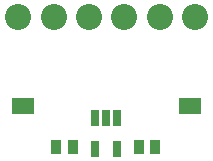
<source format=gts>
G04 EAGLE Gerber RS-274X export*
G75*
%MOMM*%
%FSLAX34Y34*%
%LPD*%
%INSoldermask Top*%
%IPPOS*%
%AMOC8*
5,1,8,0,0,1.08239X$1,22.5*%
G01*
%ADD10C,2.203200*%
%ADD11R,0.953200X1.143200*%
%ADD12R,0.803200X1.353200*%
%ADD13R,0.838200X1.346200*%
%ADD14R,0.152400X1.422400*%


D10*
X21101Y168836D03*
D11*
X123293Y58636D03*
X137293Y58636D03*
X67301Y58636D03*
X53301Y58636D03*
D10*
X111069Y168836D03*
X51144Y168836D03*
D12*
X105201Y82736D03*
X95701Y82736D03*
X86201Y82736D03*
X86201Y56736D03*
X105201Y56736D03*
D10*
X81215Y168836D03*
X141039Y168836D03*
X171068Y168836D03*
D13*
X19880Y92954D03*
X30120Y92954D03*
D14*
X25000Y92986D03*
D13*
X161568Y92954D03*
X171808Y92954D03*
D14*
X166688Y92986D03*
M02*

</source>
